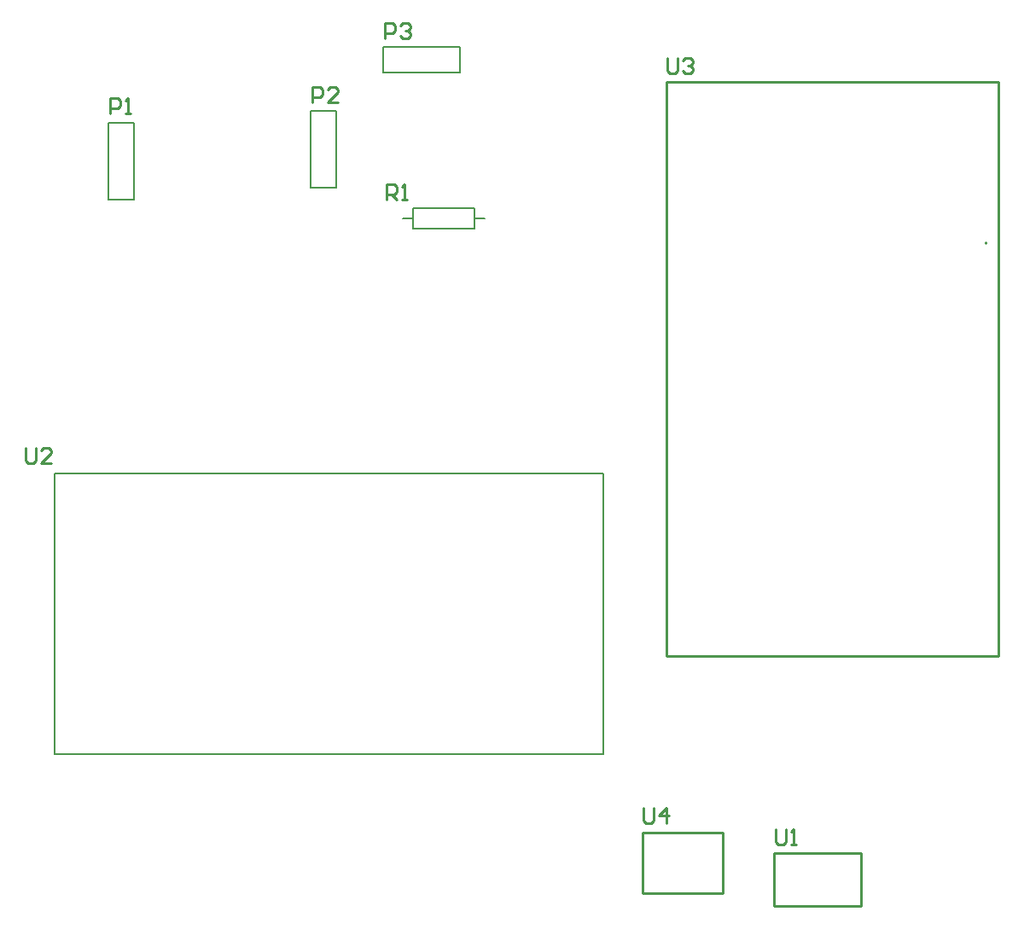
<source format=gbr>
%TF.GenerationSoftware,Altium Limited,Altium Designer,21.5.1 (32)*%
G04 Layer_Color=65535*
%FSLAX45Y45*%
%MOMM*%
%TF.SameCoordinates,A9F9FA6B-86CD-4015-A2B0-A9C131C7035F*%
%TF.FilePolarity,Positive*%
%TF.FileFunction,Legend,Top*%
%TF.Part,Single*%
G01*
G75*
%TA.AperFunction,NonConductor*%
%ADD12C,0.25400*%
%ADD31C,0.20000*%
%ADD32C,0.12700*%
D12*
X16055080Y9687600D02*
Y9695220D01*
Y9687600D02*
Y9695220D01*
X12887700Y5585500D02*
Y11285500D01*
X16187700Y5585500D02*
Y11285500D01*
X12887700D02*
X16187700D01*
X12887700Y5585500D02*
X16187700D01*
X14820900Y3112200D02*
Y3632200D01*
X13960899Y3112200D02*
Y3632200D01*
Y3112200D02*
X14820900D01*
X13960899Y3632200D02*
X14820900D01*
X12649300Y3238500D02*
Y3838500D01*
X13449300Y3238500D02*
Y3838500D01*
X12649300D02*
X13449300D01*
X12649300Y3238500D02*
X13449300D01*
X12661900Y4079191D02*
Y3952232D01*
X12687292Y3926840D01*
X12738075D01*
X12763467Y3952232D01*
Y4079191D01*
X12890427Y3926840D02*
Y4079191D01*
X12814252Y4003015D01*
X12915817D01*
X12900661Y11526471D02*
Y11399512D01*
X12926051Y11374120D01*
X12976836D01*
X13002226Y11399512D01*
Y11526471D01*
X13053011Y11501079D02*
X13078403Y11526471D01*
X13129185D01*
X13154578Y11501079D01*
Y11475687D01*
X13129185Y11450295D01*
X13103793D01*
X13129185D01*
X13154578Y11424903D01*
Y11399512D01*
X13129185Y11374120D01*
X13078403D01*
X13053011Y11399512D01*
X13972540Y3873451D02*
Y3746492D01*
X13997932Y3721100D01*
X14048715D01*
X14074107Y3746492D01*
Y3873451D01*
X14124892Y3721100D02*
X14175674D01*
X14150282D01*
Y3873451D01*
X14124892Y3848059D01*
X6532880Y7658051D02*
Y7531092D01*
X6558272Y7505700D01*
X6609055D01*
X6634447Y7531092D01*
Y7658051D01*
X6786798Y7505700D02*
X6685231D01*
X6786798Y7607267D01*
Y7632659D01*
X6761406Y7658051D01*
X6710623D01*
X6685231Y7632659D01*
X10116820Y10119360D02*
Y10271711D01*
X10192995D01*
X10218387Y10246319D01*
Y10195535D01*
X10192995Y10170143D01*
X10116820D01*
X10167603D02*
X10218387Y10119360D01*
X10269171D02*
X10319954D01*
X10294563D01*
Y10271711D01*
X10269171Y10246319D01*
X9375140Y11084560D02*
Y11236911D01*
X9451315D01*
X9476707Y11211519D01*
Y11160735D01*
X9451315Y11135343D01*
X9375140D01*
X9629058Y11084560D02*
X9527491D01*
X9629058Y11186127D01*
Y11211519D01*
X9603666Y11236911D01*
X9552883D01*
X9527491Y11211519D01*
X7368540Y10970260D02*
Y11122611D01*
X7444715D01*
X7470107Y11097219D01*
Y11046435D01*
X7444715Y11021043D01*
X7368540D01*
X7520891Y10970260D02*
X7571674D01*
X7546283D01*
Y11122611D01*
X7520891Y11097219D01*
X10099040Y11719560D02*
Y11871911D01*
X10175215D01*
X10200607Y11846519D01*
Y11795735D01*
X10175215Y11770343D01*
X10099040D01*
X10251391Y11846519D02*
X10276783Y11871911D01*
X10327566D01*
X10352958Y11846519D01*
Y11821127D01*
X10327566Y11795735D01*
X10302174D01*
X10327566D01*
X10352958Y11770343D01*
Y11744952D01*
X10327566Y11719560D01*
X10276783D01*
X10251391Y11744952D01*
D31*
X7607300Y10121900D02*
Y10883900D01*
X7353300D02*
X7607300D01*
X7353300Y10121900D02*
Y10883900D01*
Y10121900D02*
X7607300D01*
X10083800Y11379200D02*
X10845800D01*
Y11633200D01*
X10083800D02*
X10845800D01*
X10083800Y11379200D02*
Y11633200D01*
X9359900Y10236200D02*
Y10998200D01*
Y10236200D02*
X9613900D01*
Y10998200D01*
X9359900D02*
X9613900D01*
X10375900Y9829800D02*
Y10033000D01*
X10985500D01*
Y9829800D02*
Y10033000D01*
X10375900Y9829800D02*
X10985500D01*
X10274300Y9931400D02*
X10375900D01*
X10985500D02*
X11087100D01*
D32*
X6822700Y4612100D02*
X12262700D01*
X6822700D02*
Y7402100D01*
X12262700D01*
Y4612100D02*
Y7402100D01*
%TF.MD5,c9d52cdedcf690af0879e1ba94074612*%
M02*

</source>
